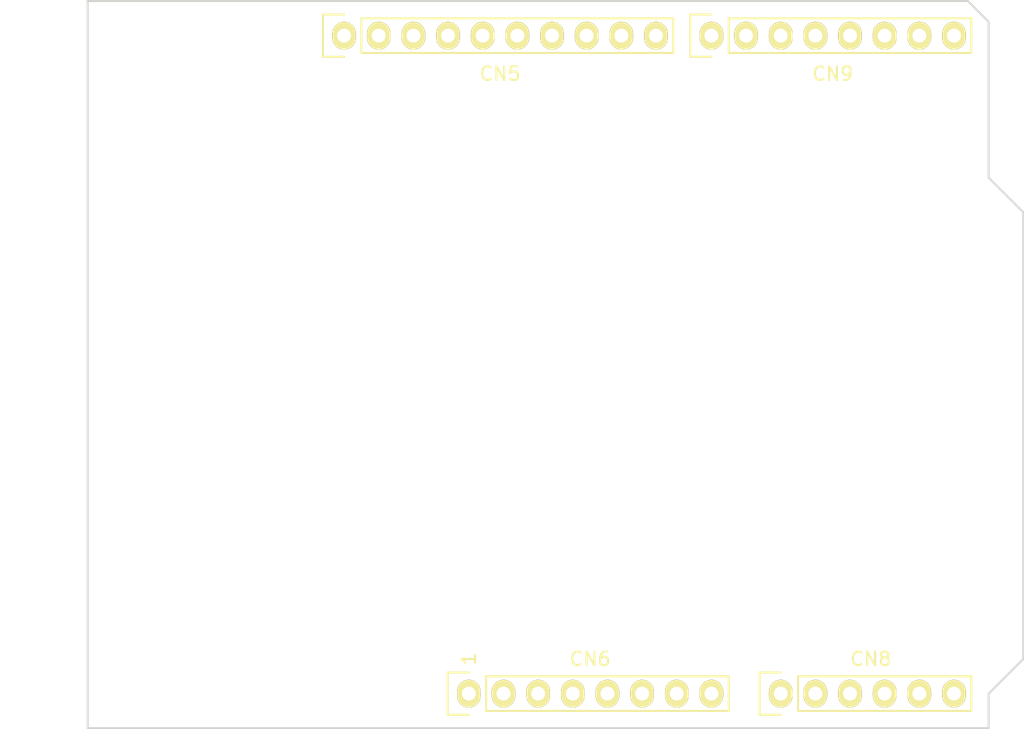
<source format=kicad_pcb>
(kicad_pcb (version 20171130) (host pcbnew "(5.1.10)-1")

  (general
    (thickness 1.6)
    (drawings 27)
    (tracks 0)
    (zones 0)
    (modules 4)
    (nets 31)
  )

  (page A4)
  (title_block
    (date "lun. 30 mars 2015")
  )

  (layers
    (0 F.Cu signal)
    (31 B.Cu signal)
    (32 B.Adhes user)
    (33 F.Adhes user)
    (34 B.Paste user)
    (35 F.Paste user)
    (36 B.SilkS user)
    (37 F.SilkS user)
    (38 B.Mask user)
    (39 F.Mask user)
    (40 Dwgs.User user)
    (41 Cmts.User user)
    (42 Eco1.User user)
    (43 Eco2.User user)
    (44 Edge.Cuts user)
    (45 Margin user)
    (46 B.CrtYd user)
    (47 F.CrtYd user)
    (48 B.Fab user)
    (49 F.Fab user hide)
  )

  (setup
    (last_trace_width 0.25)
    (trace_clearance 0.2)
    (zone_clearance 0.508)
    (zone_45_only no)
    (trace_min 0.2)
    (via_size 0.6)
    (via_drill 0.4)
    (via_min_size 0.4)
    (via_min_drill 0.3)
    (uvia_size 0.3)
    (uvia_drill 0.1)
    (uvias_allowed no)
    (uvia_min_size 0.2)
    (uvia_min_drill 0.1)
    (edge_width 0.15)
    (segment_width 0.15)
    (pcb_text_width 0.3)
    (pcb_text_size 1.5 1.5)
    (mod_edge_width 0.15)
    (mod_text_size 1 1)
    (mod_text_width 0.15)
    (pad_size 4.064 4.064)
    (pad_drill 3.048)
    (pad_to_mask_clearance 0)
    (aux_axis_origin 110.998 126.365)
    (grid_origin 110.998 126.365)
    (visible_elements 7FFFFFFF)
    (pcbplotparams
      (layerselection 0x00030_80000001)
      (usegerberextensions false)
      (usegerberattributes true)
      (usegerberadvancedattributes true)
      (creategerberjobfile true)
      (excludeedgelayer true)
      (linewidth 0.100000)
      (plotframeref false)
      (viasonmask false)
      (mode 1)
      (useauxorigin false)
      (hpglpennumber 1)
      (hpglpenspeed 20)
      (hpglpendiameter 15.000000)
      (psnegative false)
      (psa4output false)
      (plotreference true)
      (plotvalue true)
      (plotinvisibletext false)
      (padsonsilk false)
      (subtractmaskfromsilk false)
      (outputformat 1)
      (mirror false)
      (drillshape 1)
      (scaleselection 1)
      (outputdirectory ""))
  )

  (net 0 "")
  (net 1 /IOREF)
  (net 2 GND)
  (net 3 /A0)
  (net 4 /A1)
  (net 5 /A2)
  (net 6 /A3)
  (net 7 "Net-(CN5-Pad1)")
  (net 8 "Net-(CN5-Pad2)")
  (net 9 "Net-(CN5-Pad3)")
  (net 10 "Net-(CN6-Pad1)")
  (net 11 "Net-(CN6-Pad4)")
  (net 12 "Net-(CN6-Pad8)")
  (net 13 /~SPI_CS)
  (net 14 /MOSI)
  (net 15 /MISO)
  (net 16 /SCK)
  (net 17 /~RESET)
  (net 18 /+5V)
  (net 19 /A4)
  (net 20 /A5)
  (net 21 /D2)
  (net 22 /D3)
  (net 23 /D4)
  (net 24 /D5)
  (net 25 /D6)
  (net 26 /D7)
  (net 27 /D9)
  (net 28 /D8)
  (net 29 /INT)
  (net 30 /~CHRG)

  (net_class Default "This is the default net class."
    (clearance 0.2)
    (trace_width 0.25)
    (via_dia 0.6)
    (via_drill 0.4)
    (uvia_dia 0.3)
    (uvia_drill 0.1)
    (add_net /+5V)
    (add_net /A0)
    (add_net /A1)
    (add_net /A2)
    (add_net /A3)
    (add_net /A4)
    (add_net /A5)
    (add_net /D2)
    (add_net /D3)
    (add_net /D4)
    (add_net /D5)
    (add_net /D6)
    (add_net /D7)
    (add_net /D8)
    (add_net /D9)
    (add_net /INT)
    (add_net /IOREF)
    (add_net /MISO)
    (add_net /MOSI)
    (add_net /SCK)
    (add_net /~CHRG)
    (add_net /~RESET)
    (add_net /~SPI_CS)
    (add_net GND)
    (add_net "Net-(CN5-Pad1)")
    (add_net "Net-(CN5-Pad2)")
    (add_net "Net-(CN5-Pad3)")
    (add_net "Net-(CN6-Pad1)")
    (add_net "Net-(CN6-Pad4)")
    (add_net "Net-(CN6-Pad8)")
  )

  (module Socket_Arduino_Uno:Socket_Strip_Arduino_1x08 locked (layer F.Cu) (tedit 552168D2) (tstamp 551AF9EA)
    (at 138.938 123.825)
    (descr "Through hole socket strip")
    (tags "socket strip")
    (path /56D70129)
    (fp_text reference CN6 (at 8.89 -2.54) (layer F.SilkS)
      (effects (font (size 1 1) (thickness 0.15)))
    )
    (fp_text value Power (at 8.89 -4.064) (layer F.Fab)
      (effects (font (size 1 1) (thickness 0.15)))
    )
    (fp_line (start -1.55 -1.55) (end -1.55 1.55) (layer F.SilkS) (width 0.15))
    (fp_line (start 0 -1.55) (end -1.55 -1.55) (layer F.SilkS) (width 0.15))
    (fp_line (start 1.27 1.27) (end 1.27 -1.27) (layer F.SilkS) (width 0.15))
    (fp_line (start -1.55 1.55) (end 0 1.55) (layer F.SilkS) (width 0.15))
    (fp_line (start 19.05 -1.27) (end 1.27 -1.27) (layer F.SilkS) (width 0.15))
    (fp_line (start 19.05 1.27) (end 19.05 -1.27) (layer F.SilkS) (width 0.15))
    (fp_line (start 1.27 1.27) (end 19.05 1.27) (layer F.SilkS) (width 0.15))
    (fp_line (start -1.75 1.75) (end 19.55 1.75) (layer F.CrtYd) (width 0.05))
    (fp_line (start -1.75 -1.75) (end 19.55 -1.75) (layer F.CrtYd) (width 0.05))
    (fp_line (start 19.55 -1.75) (end 19.55 1.75) (layer F.CrtYd) (width 0.05))
    (fp_line (start -1.75 -1.75) (end -1.75 1.75) (layer F.CrtYd) (width 0.05))
    (pad 1 thru_hole oval (at 0 0) (size 1.7272 2.032) (drill 1.016) (layers *.Cu *.Mask F.SilkS)
      (net 10 "Net-(CN6-Pad1)"))
    (pad 2 thru_hole oval (at 2.54 0) (size 1.7272 2.032) (drill 1.016) (layers *.Cu *.Mask F.SilkS)
      (net 1 /IOREF))
    (pad 3 thru_hole oval (at 5.08 0) (size 1.7272 2.032) (drill 1.016) (layers *.Cu *.Mask F.SilkS)
      (net 17 /~RESET))
    (pad 4 thru_hole oval (at 7.62 0) (size 1.7272 2.032) (drill 1.016) (layers *.Cu *.Mask F.SilkS)
      (net 11 "Net-(CN6-Pad4)"))
    (pad 5 thru_hole oval (at 10.16 0) (size 1.7272 2.032) (drill 1.016) (layers *.Cu *.Mask F.SilkS)
      (net 18 /+5V))
    (pad 6 thru_hole oval (at 12.7 0) (size 1.7272 2.032) (drill 1.016) (layers *.Cu *.Mask F.SilkS)
      (net 2 GND))
    (pad 7 thru_hole oval (at 15.24 0) (size 1.7272 2.032) (drill 1.016) (layers *.Cu *.Mask F.SilkS)
      (net 2 GND))
    (pad 8 thru_hole oval (at 17.78 0) (size 1.7272 2.032) (drill 1.016) (layers *.Cu *.Mask F.SilkS)
      (net 12 "Net-(CN6-Pad8)"))
    (model ${KIPRJMOD}/Socket_Arduino_Uno.3dshapes/Socket_header_Arduino_1x08.wrl
      (offset (xyz 8.889999866485596 0 0))
      (scale (xyz 1 1 1))
      (rotate (xyz 0 0 180))
    )
  )

  (module Socket_Arduino_Uno:Socket_Strip_Arduino_1x06 locked (layer F.Cu) (tedit 552168D6) (tstamp 551AF9FF)
    (at 161.798 123.825)
    (descr "Through hole socket strip")
    (tags "socket strip")
    (path /56D70DD8)
    (fp_text reference CN8 (at 6.604 -2.54) (layer F.SilkS)
      (effects (font (size 1 1) (thickness 0.15)))
    )
    (fp_text value Analog (at 6.604 -4.064) (layer F.Fab)
      (effects (font (size 1 1) (thickness 0.15)))
    )
    (fp_line (start -1.55 -1.55) (end -1.55 1.55) (layer F.SilkS) (width 0.15))
    (fp_line (start 0 -1.55) (end -1.55 -1.55) (layer F.SilkS) (width 0.15))
    (fp_line (start 1.27 1.27) (end 1.27 -1.27) (layer F.SilkS) (width 0.15))
    (fp_line (start -1.55 1.55) (end 0 1.55) (layer F.SilkS) (width 0.15))
    (fp_line (start 13.97 -1.27) (end 1.27 -1.27) (layer F.SilkS) (width 0.15))
    (fp_line (start 13.97 1.27) (end 13.97 -1.27) (layer F.SilkS) (width 0.15))
    (fp_line (start 1.27 1.27) (end 13.97 1.27) (layer F.SilkS) (width 0.15))
    (fp_line (start -1.75 1.75) (end 14.45 1.75) (layer F.CrtYd) (width 0.05))
    (fp_line (start -1.75 -1.75) (end 14.45 -1.75) (layer F.CrtYd) (width 0.05))
    (fp_line (start 14.45 -1.75) (end 14.45 1.75) (layer F.CrtYd) (width 0.05))
    (fp_line (start -1.75 -1.75) (end -1.75 1.75) (layer F.CrtYd) (width 0.05))
    (pad 1 thru_hole oval (at 0 0) (size 1.7272 2.032) (drill 1.016) (layers *.Cu *.Mask F.SilkS)
      (net 3 /A0))
    (pad 2 thru_hole oval (at 2.54 0) (size 1.7272 2.032) (drill 1.016) (layers *.Cu *.Mask F.SilkS)
      (net 4 /A1))
    (pad 3 thru_hole oval (at 5.08 0) (size 1.7272 2.032) (drill 1.016) (layers *.Cu *.Mask F.SilkS)
      (net 5 /A2))
    (pad 4 thru_hole oval (at 7.62 0) (size 1.7272 2.032) (drill 1.016) (layers *.Cu *.Mask F.SilkS)
      (net 6 /A3))
    (pad 5 thru_hole oval (at 10.16 0) (size 1.7272 2.032) (drill 1.016) (layers *.Cu *.Mask F.SilkS)
      (net 19 /A4))
    (pad 6 thru_hole oval (at 12.7 0) (size 1.7272 2.032) (drill 1.016) (layers *.Cu *.Mask F.SilkS)
      (net 20 /A5))
    (model ${KIPRJMOD}/Socket_Arduino_Uno.3dshapes/Socket_header_Arduino_1x06.wrl
      (offset (xyz 6.349999904632568 0 0))
      (scale (xyz 1 1 1))
      (rotate (xyz 0 0 180))
    )
  )

  (module Socket_Arduino_Uno:Socket_Strip_Arduino_1x10 locked (layer F.Cu) (tedit 552168BF) (tstamp 618D5DC2)
    (at 129.794 75.565)
    (descr "Through hole socket strip")
    (tags "socket strip")
    (path /56D721E0)
    (fp_text reference CN5 (at 11.43 2.794) (layer F.SilkS)
      (effects (font (size 1 1) (thickness 0.15)))
    )
    (fp_text value Digital (at 11.43 4.318) (layer F.Fab)
      (effects (font (size 1 1) (thickness 0.15)))
    )
    (fp_line (start -1.55 -1.55) (end -1.55 1.55) (layer F.SilkS) (width 0.15))
    (fp_line (start 0 -1.55) (end -1.55 -1.55) (layer F.SilkS) (width 0.15))
    (fp_line (start 1.27 1.27) (end 1.27 -1.27) (layer F.SilkS) (width 0.15))
    (fp_line (start -1.55 1.55) (end 0 1.55) (layer F.SilkS) (width 0.15))
    (fp_line (start 24.13 -1.27) (end 1.27 -1.27) (layer F.SilkS) (width 0.15))
    (fp_line (start 24.13 1.27) (end 24.13 -1.27) (layer F.SilkS) (width 0.15))
    (fp_line (start 1.27 1.27) (end 24.13 1.27) (layer F.SilkS) (width 0.15))
    (fp_line (start -1.75 1.75) (end 24.65 1.75) (layer F.CrtYd) (width 0.05))
    (fp_line (start -1.75 -1.75) (end 24.65 -1.75) (layer F.CrtYd) (width 0.05))
    (fp_line (start 24.65 -1.75) (end 24.65 1.75) (layer F.CrtYd) (width 0.05))
    (fp_line (start -1.75 -1.75) (end -1.75 1.75) (layer F.CrtYd) (width 0.05))
    (pad 1 thru_hole oval (at 0 0) (size 1.7272 2.032) (drill 1.016) (layers *.Cu *.Mask F.SilkS)
      (net 7 "Net-(CN5-Pad1)"))
    (pad 2 thru_hole oval (at 2.54 0) (size 1.7272 2.032) (drill 1.016) (layers *.Cu *.Mask F.SilkS)
      (net 8 "Net-(CN5-Pad2)"))
    (pad 3 thru_hole oval (at 5.08 0) (size 1.7272 2.032) (drill 1.016) (layers *.Cu *.Mask F.SilkS)
      (net 9 "Net-(CN5-Pad3)"))
    (pad 4 thru_hole oval (at 7.62 0) (size 1.7272 2.032) (drill 1.016) (layers *.Cu *.Mask F.SilkS)
      (net 2 GND))
    (pad 5 thru_hole oval (at 10.16 0) (size 1.7272 2.032) (drill 1.016) (layers *.Cu *.Mask F.SilkS)
      (net 16 /SCK))
    (pad 6 thru_hole oval (at 12.7 0) (size 1.7272 2.032) (drill 1.016) (layers *.Cu *.Mask F.SilkS)
      (net 15 /MISO))
    (pad 7 thru_hole oval (at 15.24 0) (size 1.7272 2.032) (drill 1.016) (layers *.Cu *.Mask F.SilkS)
      (net 14 /MOSI))
    (pad 8 thru_hole oval (at 17.78 0) (size 1.7272 2.032) (drill 1.016) (layers *.Cu *.Mask F.SilkS)
      (net 13 /~SPI_CS))
    (pad 9 thru_hole oval (at 20.32 0) (size 1.7272 2.032) (drill 1.016) (layers *.Cu *.Mask F.SilkS)
      (net 27 /D9))
    (pad 10 thru_hole oval (at 22.86 0) (size 1.7272 2.032) (drill 1.016) (layers *.Cu *.Mask F.SilkS)
      (net 28 /D8))
    (model ${KIPRJMOD}/Socket_Arduino_Uno.3dshapes/Socket_header_Arduino_1x10.wrl
      (offset (xyz 11.42999982833862 0 0))
      (scale (xyz 1 1 1))
      (rotate (xyz 0 0 180))
    )
  )

  (module Socket_Arduino_Uno:Socket_Strip_Arduino_1x08 locked (layer F.Cu) (tedit 552168C7) (tstamp 551AFA2F)
    (at 156.718 75.565)
    (descr "Through hole socket strip")
    (tags "socket strip")
    (path /56D7164F)
    (fp_text reference CN9 (at 8.89 2.794) (layer F.SilkS)
      (effects (font (size 1 1) (thickness 0.15)))
    )
    (fp_text value Digital (at 8.89 4.318) (layer F.Fab)
      (effects (font (size 1 1) (thickness 0.15)))
    )
    (fp_line (start -1.55 -1.55) (end -1.55 1.55) (layer F.SilkS) (width 0.15))
    (fp_line (start 0 -1.55) (end -1.55 -1.55) (layer F.SilkS) (width 0.15))
    (fp_line (start 1.27 1.27) (end 1.27 -1.27) (layer F.SilkS) (width 0.15))
    (fp_line (start -1.55 1.55) (end 0 1.55) (layer F.SilkS) (width 0.15))
    (fp_line (start 19.05 -1.27) (end 1.27 -1.27) (layer F.SilkS) (width 0.15))
    (fp_line (start 19.05 1.27) (end 19.05 -1.27) (layer F.SilkS) (width 0.15))
    (fp_line (start 1.27 1.27) (end 19.05 1.27) (layer F.SilkS) (width 0.15))
    (fp_line (start -1.75 1.75) (end 19.55 1.75) (layer F.CrtYd) (width 0.05))
    (fp_line (start -1.75 -1.75) (end 19.55 -1.75) (layer F.CrtYd) (width 0.05))
    (fp_line (start 19.55 -1.75) (end 19.55 1.75) (layer F.CrtYd) (width 0.05))
    (fp_line (start -1.75 -1.75) (end -1.75 1.75) (layer F.CrtYd) (width 0.05))
    (pad 1 thru_hole oval (at 0 0) (size 1.7272 2.032) (drill 1.016) (layers *.Cu *.Mask F.SilkS)
      (net 26 /D7))
    (pad 2 thru_hole oval (at 2.54 0) (size 1.7272 2.032) (drill 1.016) (layers *.Cu *.Mask F.SilkS)
      (net 25 /D6))
    (pad 3 thru_hole oval (at 5.08 0) (size 1.7272 2.032) (drill 1.016) (layers *.Cu *.Mask F.SilkS)
      (net 24 /D5))
    (pad 4 thru_hole oval (at 7.62 0) (size 1.7272 2.032) (drill 1.016) (layers *.Cu *.Mask F.SilkS)
      (net 23 /D4))
    (pad 5 thru_hole oval (at 10.16 0) (size 1.7272 2.032) (drill 1.016) (layers *.Cu *.Mask F.SilkS)
      (net 22 /D3))
    (pad 6 thru_hole oval (at 12.7 0) (size 1.7272 2.032) (drill 1.016) (layers *.Cu *.Mask F.SilkS)
      (net 21 /D2))
    (pad 7 thru_hole oval (at 15.24 0) (size 1.7272 2.032) (drill 1.016) (layers *.Cu *.Mask F.SilkS)
      (net 29 /INT))
    (pad 8 thru_hole oval (at 17.78 0) (size 1.7272 2.032) (drill 1.016) (layers *.Cu *.Mask F.SilkS)
      (net 30 /~CHRG))
    (model ${KIPRJMOD}/Socket_Arduino_Uno.3dshapes/Socket_header_Arduino_1x08.wrl
      (offset (xyz 8.889999866485596 0 0))
      (scale (xyz 1 1 1))
      (rotate (xyz 0 0 180))
    )
  )

  (gr_text 1 (at 138.938 121.285 90) (layer F.SilkS)
    (effects (font (size 1 1) (thickness 0.15)))
  )
  (gr_circle (center 117.348 76.962) (end 118.618 76.962) (layer Dwgs.User) (width 0.15))
  (gr_line (start 114.427 78.994) (end 114.427 74.93) (angle 90) (layer Dwgs.User) (width 0.15))
  (gr_line (start 120.269 78.994) (end 114.427 78.994) (angle 90) (layer Dwgs.User) (width 0.15))
  (gr_line (start 120.269 74.93) (end 120.269 78.994) (angle 90) (layer Dwgs.User) (width 0.15))
  (gr_line (start 114.427 74.93) (end 120.269 74.93) (angle 90) (layer Dwgs.User) (width 0.15))
  (gr_line (start 120.523 93.98) (end 104.648 93.98) (angle 90) (layer Dwgs.User) (width 0.15))
  (gr_line (start 177.038 74.549) (end 175.514 73.025) (angle 90) (layer Edge.Cuts) (width 0.15))
  (gr_line (start 177.038 85.979) (end 177.038 74.549) (angle 90) (layer Edge.Cuts) (width 0.15))
  (gr_line (start 179.578 88.519) (end 177.038 85.979) (angle 90) (layer Edge.Cuts) (width 0.15))
  (gr_line (start 179.578 121.285) (end 179.578 88.519) (angle 90) (layer Edge.Cuts) (width 0.15))
  (gr_line (start 177.038 123.825) (end 179.578 121.285) (angle 90) (layer Edge.Cuts) (width 0.15))
  (gr_line (start 177.038 126.365) (end 177.038 123.825) (angle 90) (layer Edge.Cuts) (width 0.15))
  (gr_line (start 110.998 126.365) (end 177.038 126.365) (angle 90) (layer Edge.Cuts) (width 0.15))
  (gr_line (start 110.998 73.025) (end 110.998 126.365) (angle 90) (layer Edge.Cuts) (width 0.15))
  (gr_line (start 175.514 73.025) (end 110.998 73.025) (angle 90) (layer Edge.Cuts) (width 0.15))
  (gr_line (start 173.355 102.235) (end 173.355 94.615) (angle 90) (layer Dwgs.User) (width 0.15))
  (gr_line (start 178.435 102.235) (end 173.355 102.235) (angle 90) (layer Dwgs.User) (width 0.15))
  (gr_line (start 178.435 94.615) (end 178.435 102.235) (angle 90) (layer Dwgs.User) (width 0.15))
  (gr_line (start 173.355 94.615) (end 178.435 94.615) (angle 90) (layer Dwgs.User) (width 0.15))
  (gr_line (start 109.093 123.19) (end 109.093 114.3) (angle 90) (layer Dwgs.User) (width 0.15))
  (gr_line (start 122.428 123.19) (end 109.093 123.19) (angle 90) (layer Dwgs.User) (width 0.15))
  (gr_line (start 122.428 114.3) (end 122.428 123.19) (angle 90) (layer Dwgs.User) (width 0.15))
  (gr_line (start 109.093 114.3) (end 122.428 114.3) (angle 90) (layer Dwgs.User) (width 0.15))
  (gr_line (start 104.648 93.98) (end 104.648 82.55) (angle 90) (layer Dwgs.User) (width 0.15))
  (gr_line (start 120.523 82.55) (end 120.523 93.98) (angle 90) (layer Dwgs.User) (width 0.15))
  (gr_line (start 104.648 82.55) (end 120.523 82.55) (angle 90) (layer Dwgs.User) (width 0.15))

)

</source>
